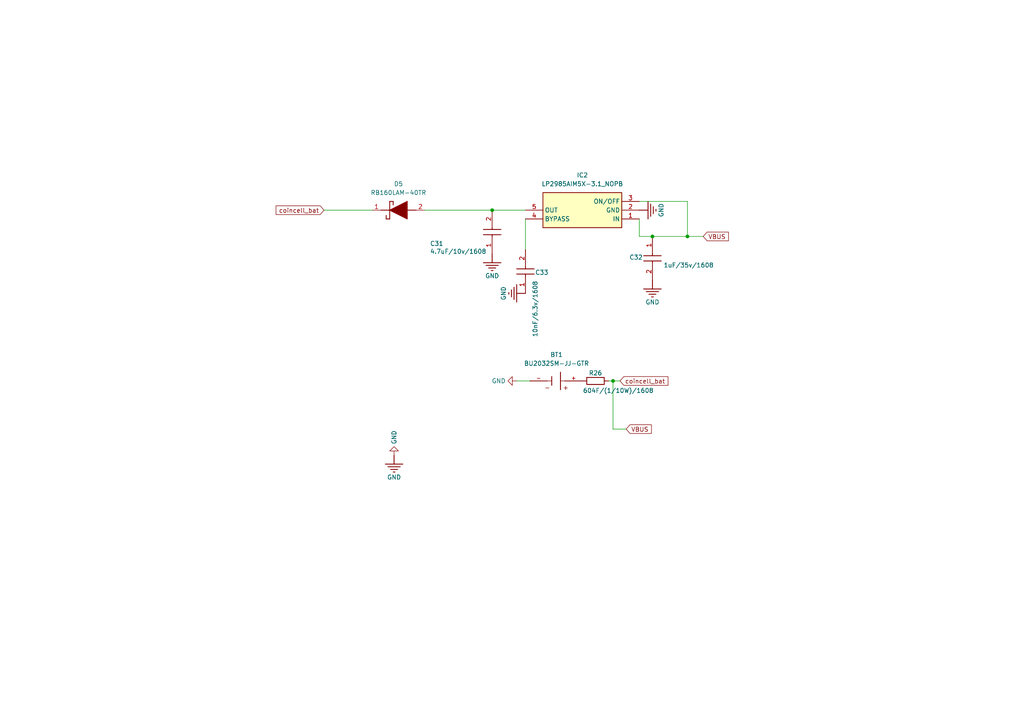
<source format=kicad_sch>
(kicad_sch (version 20250114) (generator "eeschema") (generator_version "9.0")
  (paper "A4")
  (lib_symbols
    (symbol "AnYeonsu:BU2032SM-JJ-GTR" (pin_names (offset 1.016))
      (property "Reference" "BT" (at -6.3614 3.8138 0))
      (property "Value" "BU2032SM-JJ-GTR" (at -6.3618 -6.3579 0))
      (symbol "BU2032SM-JJ-GTR_0_0"
        (polyline (pts (xy -3.302 2.032) (xy -2.286 2.032)) (stroke (width 0.1524)))
        (polyline (pts (xy -2.794 2.54) (xy -2.794 1.524)) (stroke (width 0.1524)))
        (polyline (pts (xy -2.54 0) (xy -1.27 0)) (stroke (width 0.1524)))
        (polyline (pts (xy -1.27 2.54) (xy -1.27 -2.54)) (stroke (width 0.254)))
        (polyline (pts (xy 1.27 1.27) (xy 1.27 -1.27)) (stroke (width 0.254)))
        (polyline (pts (xy 1.27 0) (xy 2.54 0)) (stroke (width 0.1524)))
        (polyline (pts (xy 2.032 2.032) (xy 3.048 2.032)) (stroke (width 0.1524)))
        (pin passive line (at -7.62 0 0) (length 5.08) (name "~") (number "+"))
        (pin passive line (at 7.62 0 180) (length 5.08) (name "~") (number "-"))
      )
    )
    (symbol "Device:R" (pin_numbers (hide yes)) (pin_names (offset 0))
      (property "Reference" "R" (at 2.032 0 90))
      (property "Value" "R" (at 0 0 90))
      (symbol "R_0_1"
        (rectangle (start -1.016 -2.54) (end 1.016 2.54) (stroke (width 0.254)))
      )
      (symbol "R_1_1"
        (pin passive line (at 0 3.81 270) (length 1.27) (name "~") (number "1"))
        (pin passive line (at 0 -3.81 90) (length 1.27) (name "~") (number "2"))
      )
    )
    (symbol "P & G:GND" (power) (pin_names (offset 0))
      (property "Value" "GND" (at 0 -3.81 0))
      (symbol "GND_0_1"
        (polyline (pts (xy 0 0) (xy 0 -1.27) (xy 1.27 -1.27) (xy 0 -2.54) (xy -1.27 -1.27) (xy 0 -1.27)))
      )
      (symbol "GND_1_1"
        (pin power_in line (at 0 0 270) (length 0) (hide yes) (name "GND") (number "1"))
      )
    )
    (symbol "SamacSys_Parts2:LP2985AIM5X-3.1_NOPB"
      (property "Reference" "IC" (at 29.21 7.62 0))
      (property "Value" "LP2985AIM5X-3.1_NOPB" (at 29.21 5.08 0))
      (symbol "LP2985AIM5X-3.1_NOPB_1_1"
        (rectangle (start 5.08 2.54) (end 27.94 -7.62) (stroke (width 0.254)) (fill (type background)))
        (pin passive line (at 0 0 0) (length 5.08) (name "IN") (number "1"))
        (pin passive line (at 0 -2.54 0) (length 5.08) (name "GND") (number "2"))
        (pin passive line (at 0 -5.08 0) (length 5.08) (name "ON/OFF") (number "3"))
        (pin passive line (at 33.02 0 180) (length 5.08) (name "BYPASS") (number "4"))
        (pin passive line (at 33.02 -2.54 180) (length 5.08) (name "OUT") (number "5"))
      )
    )
    (symbol "SamacSys_Parts2:RB160LAM-40TR" (pin_names (hide yes))
      (property "Reference" "D" (at 12.7 8.89 0))
      (property "Value" "RB160LAM-40TR" (at 12.7 6.35 0))
      (symbol "RB160LAM-40TR_1_1"
        (polyline (pts (xy 5.08 0) (xy 7.62 0)) (stroke (width 0.254)))
        (polyline (pts (xy 6.604 -1.524) (xy 6.604 -2.54)) (stroke (width 0.254)))
        (polyline (pts (xy 7.62 2.54) (xy 7.62 -2.54)) (stroke (width 0.254)))
        (polyline (pts (xy 7.62 2.54) (xy 8.636 2.54)) (stroke (width 0.254)))
        (polyline (pts (xy 7.62 0) (xy 12.7 2.54) (xy 12.7 -2.54) (xy 7.62 0)) (stroke (width 0.254)) (fill (type outline)))
        (polyline (pts (xy 7.62 -2.54) (xy 6.604 -2.54)) (stroke (width 0.254)))
        (polyline (pts (xy 8.636 1.524) (xy 8.636 2.54)) (stroke (width 0.254)))
        (polyline (pts (xy 12.7 0) (xy 15.24 0)) (stroke (width 0.254)))
        (pin passive line (at 2.54 0 0) (length 2.54) (name "K") (number "1"))
        (pin passive line (at 17.78 0 180) (length 2.54) (name "A") (number "2"))
      )
    )
    (symbol "power-altium-import:GND_POWER_GROUND" (power)
      (property "Reference" "#PWR" (at 0 0 0))
      (property "Value" "GND" (at 0 6.35 0))
      (symbol "GND_POWER_GROUND_0_0"
        (polyline (pts (xy -2.54 -2.54) (xy 2.54 -2.54)) (stroke (width 0.254)))
        (polyline (pts (xy -1.778 -3.302) (xy 1.778 -3.302)) (stroke (width 0.254)))
        (polyline (pts (xy -1.016 -4.064) (xy 1.016 -4.064)) (stroke (width 0.254)))
        (polyline (pts (xy -0.254 -4.826) (xy 0.254 -4.826)) (stroke (width 0.254)))
        (polyline (pts (xy 0 0) (xy 0 -2.54)) (stroke (width 0.254)))
        (pin power_in line (at 0 0 0) (length 0) (hide yes) (name "GND") (number ""))
      )
    )
    (symbol "power-altium-import:root_1_0.1uF/50v/1608"
      (symbol "root_1_0.1uF/50v/1608_1_0"
        (polyline (pts (xy -2.54 0.762) (xy 2.54 0.762)) (stroke (width 0.254)))
        (polyline (pts (xy -2.54 -0.762) (xy 2.54 -0.762)) (stroke (width 0.254)))
        (polyline (pts (xy 0 0.762) (xy 0 1.27)) (stroke (width 0.254)))
        (polyline (pts (xy 0 -1.27) (xy 0 -0.762)) (stroke (width 0.254)))
        (pin passive line (at 0 6.35 270) (length 5.08) (name "2") (number "2"))
        (pin passive line (at 0 -6.35 90) (length 5.08) (name "1") (number "1"))
      )
    )
  )
  (junction (at 189.23 68.58))
  (junction (at 177.8 110.49))
  (junction (at 199.39 68.58))
  (junction (at 142.748 60.96))
  (wire (pts (xy 177.8 110.49) (xy 179.832 110.49)))
  (wire (pts (xy 185.42 58.42) (xy 199.39 58.42)))
  (wire (pts (xy 185.42 63.5) (xy 185.42 68.58)))
  (wire (pts (xy 123.19 60.96) (xy 142.748 60.96)))
  (wire (pts (xy 199.39 58.42) (xy 199.39 68.58)))
  (wire (pts (xy 189.23 68.58) (xy 199.39 68.58)))
  (wire (pts (xy 185.42 68.58) (xy 189.23 68.58)))
  (wire (pts (xy 152.4 60.96) (xy 142.748 60.96)))
  (wire (pts (xy 199.39 68.58) (xy 203.962 68.58)))
  (wire (pts (xy 176.53 110.49) (xy 177.8 110.49)))
  (wire (pts (xy 153.67 110.49) (xy 149.86 110.49)))
  (wire (pts (xy 181.61 124.46) (xy 177.8 124.46)))
  (wire (pts (xy 152.4 63.5) (xy 152.4 72.39)))
  (wire (pts (xy 177.8 110.49) (xy 177.8 124.46)))
  (wire (pts (xy 93.98 60.96) (xy 107.95 60.96)))
  (global_label "coincell_bat" (shape input) (at 93.98 60.96 180) (property "Intersheetrefs" "${INTERSHEET_REFS}" (effects (hide yes))))
  (global_label "VBUS" (shape input) (at 203.962 68.58 0) (property "Intersheetrefs" "${INTERSHEET_REFS}" (effects (hide yes))))
  (global_label "VBUS" (shape input) (at 181.61 124.46 0) (property "Intersheetrefs" "${INTERSHEET_REFS}" (effects (hide yes))))
  (global_label "coincell_bat" (shape input) (at 179.832 110.49 0) (property "Intersheetrefs" "${INTERSHEET_REFS}" (effects (hide yes))))
  (symbol (lib_id "power-altium-import:root_1_0.1uF/50v/1608") (at 189.23 74.93 180) (unit 1)
    (property "Reference" "C32" (at 186.436 73.914 0) (effects (justify left bottom)))
    (property "Value" "1uF/35v/1608" (at 207.01 76.2 0) (effects (justify left bottom)))
    (property "Footprint" "Capacitor_SMD:C_0603_1608Metric" (effects (hide yes)))
    (property "PURCHASE-URL" "https://mou.sr/3S6S7JF" (effects (hide yes)))
    (property "work#" "14" (effects (hide yes)))
    (property "MANUFACTURER_NAME" "TAIYO YUDEN " (effects (hide yes)))
    (property "MANUFACTURER_PART_NUMBER" "MBASG168AB7105KTNA01" (effects (hide yes)))
    (property "PACKAGE" "1608" (effects (hide yes)))
  )
  (symbol (lib_id "power-altium-import:GND_POWER_GROUND") (at 114.3 132.08 0) (unit 1)
    (property "Reference" "#PWR076" (effects (hide yes)))
    (property "Value" "GND" (at 114.3 138.43 0))
    (property "Description" "Power symbol creates a global label with name 'GND'" (effects (hide yes)))
  )
  (symbol (lib_id "power-altium-import:root_1_0.1uF/50v/1608") (at 152.4 78.74 0) (unit 1)
    (property "Reference" "C33" (at 155.194 79.756 0) (effects (justify left bottom)))
    (property "Value" "10nF/6.3v/1608" (at 155.956 97.79 90) (effects (justify left bottom)))
    (property "Footprint" "Capacitor_SMD:C_0603_1608Metric" (effects (hide yes)))
    (property "PURCHASE-URL" "https://mou.sr/3GU9sDk" (effects (hide yes)))
    (property "work#" "6" (effects (hide yes)))
    (property "MANUFACTURER_NAME" "KYOCERA AVX " (effects (hide yes)))
    (property "MANUFACTURER_PART_NUMBER" "06036C103KAT2A " (effects (hide yes)))
    (property "PACKAGE" "1608" (effects (hide yes)))
  )
  (symbol (lib_id "Device:R") (at 172.72 110.49 270) (unit 1)
    (property "Reference" "R26" (at 172.72 108.204 90))
    (property "Value" "604F/(1/10W)/1608" (at 179.324 113.284 90))
    (property "Footprint" "Resistor_SMD:R_0603_1608Metric" (effects (hide yes)))
    (property "Description" "Resistor" (effects (hide yes)))
    (property "work#" "26" (effects (hide yes)))
    (property "MANUFACTURER_NAME" "Vishay " (effects (hide yes)))
    (property "MANUFACTURER_PART_NUMBER" "CRCW0603604RFKEAC" (effects (hide yes)))
    (property "PACKAGE" "1608" (effects (hide yes)))
    (property "PURCHASE-URL" "https://mou.sr/3S85kBY" (effects (hide yes)))
  )
  (symbol (lib_id "SamacSys_Parts2:LP2985AIM5X-3.1_NOPB") (at 185.42 63.5 180) (unit 1)
    (property "Reference" "IC2" (at 168.91 50.8 0))
    (property "Value" "LP2985AIM5X-3.1_NOPB" (at 168.91 53.34 0))
    (property "Footprint" "SOT95P280X145-5N" (effects (hide yes)))
    (property "Datasheet" "https://rocelec.widen.net/view/pdf/wr5mlxiqqf/snvs018y.pdf?t.download=true&u=5oefqw" (effects (hide yes)))
    (property "Description" "LDO Voltage Regulators 150-mA, 16-V, low-dropout voltage regulator with enable 5-SOT-23 -40 to 125" (effects (hide yes)))
    (property "Height" "1.45" (effects (hide yes)))
    (property "Mouser Part Number" "926-LP2985AIM5X31NPB" (effects (hide yes)))
    (property "Mouser Price/Stock" "https://www.mouser.co.uk/ProductDetail/Texas-Instruments/LP2985AIM5X-3.1-NOPB?qs=7lkVKPoqpbZVwGVC4EJ%2FDw%3D%3D" (effects (hide yes)))
    (property "Manufacturer_Name" "Texas Instruments" (effects (hide yes)))
    (property "Manufacturer_Part_Number" "LP2985AIM5X-3.1/NOPB" (effects (hide yes)))
  )
  (symbol (lib_id "SamacSys_Parts2:RB160LAM-40TR") (at 105.41 60.96 0) (unit 1)
    (property "Reference" "D5" (at 115.57 53.34 0))
    (property "Value" "RB160LAM-40TR" (at 115.57 55.88 0))
    (property "Footprint" "SODFL4725X105N" (effects (hide yes)))
    (property "Datasheet" "https://fscdn.rohm.com/en/products/databook/datasheet/discrete/diode/schottky_barrier/rb160lam-40tr-e.pdf" (effects (hide yes)))
    (property "Description" "40V, 1A, SOD-128, Schottky Barrier Diode" (effects (hide yes)))
    (property "Height" "1.05" (effects (hide yes)))
    (property "Mouser Part Number" "755-RB160LAM-40TR" (effects (hide yes)))
    (property "Mouser Price/Stock" "https://www.mouser.co.uk/ProductDetail/ROHM-Semiconductor/RB160LAM-40TR?qs=gt1LBUVyoHkoFUiyH64cbg%3D%3D" (effects (hide yes)))
    (property "Manufacturer_Name" "ROHM Semiconductor" (effects (hide yes)))
    (property "Manufacturer_Part_Number" "RB160LAM-40TR" (effects (hide yes)))
  )
  (symbol (lib_id "power-altium-import:root_1_0.1uF/50v/1608") (at 142.748 67.31 0) (unit 1)
    (property "Reference" "C31" (at 124.714 71.374 0) (effects (justify left bottom)))
    (property "Value" "4.7uF/10v/1608" (at 124.714 73.66 0) (effects (justify left bottom)))
    (property "Footprint" "Capacitor_SMD:C_0603_1608Metric" (effects (hide yes)))
    (property "PURCHASE-URL" "https://mou.sr/42Z93Io" (effects (hide yes)))
    (property "work#" "24" (effects (hide yes)))
    (property "MANUFACTURER_NAME" "Murata Electronics " (effects (hide yes)))
    (property "MANUFACTURER_PART_NUMBER" "GRM188C71A475KE11D" (effects (hide yes)))
    (property "PACKAGE" "1608" (effects (hide yes)))
  )
  (symbol (lib_id "AnYeonsu:BU2032SM-JJ-GTR") (at 161.29 110.49 180) (unit 1)
    (property "Reference" "BT1" (at 161.417 102.87 0))
    (property "Value" "BU2032SM-JJ-GTR" (at 161.417 105.41 0))
    (property "Footprint" "AnYeonsu:BAT_BU2032SM-JJ-GTR" (effects (hide yes)))
    (property "Description" "BATTERY HOLDER COIN 20MM SMD" (effects (hide yes)))
    (property "MF" "MPD _Memory" (effects (hide yes)))
    (property "MAXIMUM_PACKAGE_HEIGHT" "5.30mm" (effects (hide yes)))
    (property "PACKAGE" "None" (effects (hide yes)))
    (property "PRICE" "None" (effects (hide yes)))
    (property "PARTREV" "H" (effects (hide yes)))
    (property "MP" "BU2032SM-HD-G" (effects (hide yes)))
    (property "AVAILABILITY" "Unavailable" (effects (hide yes)))
  )
  (symbol (lib_id "P & G:GND") (at 149.86 110.49 270) (unit 1)
    (property "Reference" "#PWR054" (effects (hide yes)))
    (property "Value" "GND" (at 146.685 110.49 90) (effects (justify right)))
  )
  (symbol (lib_id "P & G:GND") (at 114.3 132.08 180) (unit 1)
    (property "Reference" "#PWR066" (effects (hide yes)))
    (property "Value" "GND" (at 114.3 128.905 90) (effects (justify right)))
  )
  (symbol (lib_id "power-altium-import:GND_POWER_GROUND") (at 142.748 73.66 0) (unit 1)
    (property "Reference" "#PWR074" (effects (hide yes)))
    (property "Value" "GND" (at 142.748 80.01 0))
    (property "Description" "Power symbol creates a global label with name 'GND'" (effects (hide yes)))
  )
  (symbol (lib_id "power-altium-import:GND_POWER_GROUND") (at 185.42 60.96 90) (unit 1)
    (property "Reference" "#PWR075" (effects (hide yes)))
    (property "Value" "GND" (at 191.77 60.96 0))
    (property "Description" "Power symbol creates a global label with name 'GND'" (effects (hide yes)))
  )
  (symbol (lib_id "power-altium-import:GND_POWER_GROUND") (at 189.23 81.28 0) (unit 1)
    (property "Reference" "#PWR078" (effects (hide yes)))
    (property "Value" "GND" (at 189.23 87.63 0))
    (property "Description" "Power symbol creates a global label with name 'GND'" (effects (hide yes)))
  )
  (symbol (lib_id "power-altium-import:GND_POWER_GROUND") (at 152.4 85.09 270) (unit 1)
    (property "Reference" "#PWR079" (effects (hide yes)))
    (property "Value" "GND" (at 146.05 85.09 0))
    (property "Description" "Power symbol creates a global label with name 'GND'" (effects (hide yes)))
  )
)
</source>
